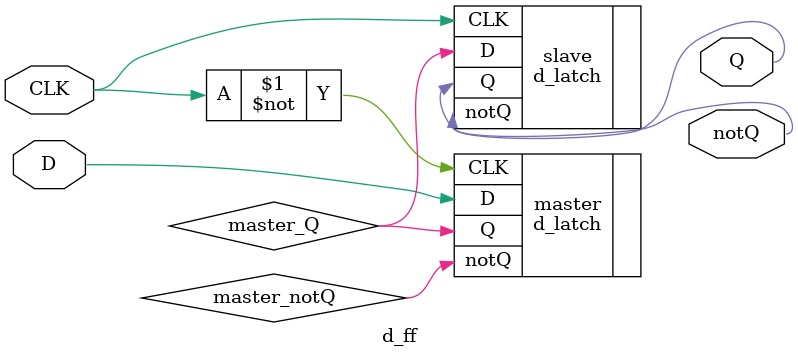
<source format=sv>
module d_ff (
    input logic D, CLK,      
    output logic Q, notQ     
);

    logic master_Q, master_notQ;

    d_latch master (
        .D(D),
        .CLK(~CLK),
        .Q(master_Q),
        .notQ(master_notQ)
    );

    d_latch slave (
        .D(master_Q),
        .CLK(CLK),
        .Q(Q),
        .notQ(notQ)
    );

endmodule

</source>
